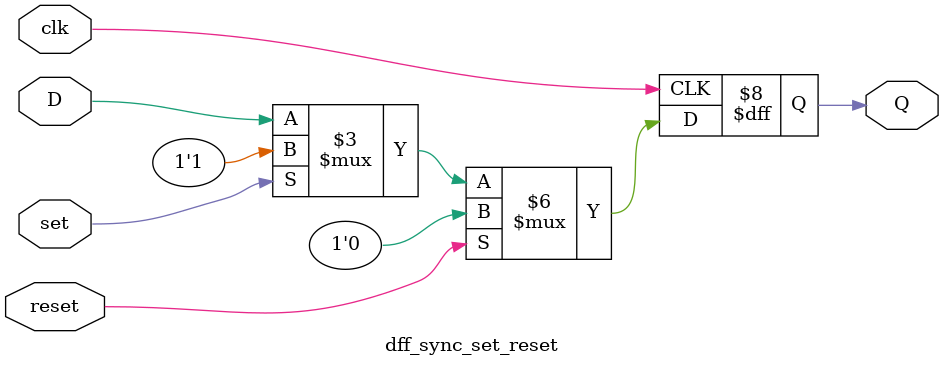
<source format=v>

`timescale 1ns/1ps
module dff_sync_set_reset ( 
    input  wire D,
    input  wire clk,
    input  wire set,    // sync set to 1
    input  wire reset,  // sync reset to 0
    output reg  Q
);
    always @(posedge clk) begin //set during clock makes it high, reset during clock makes low
        if (reset)      Q <= 1'b0;
        else if (set)   Q <= 1'b1;
        else            Q <= D;
    end
endmodule

</source>
